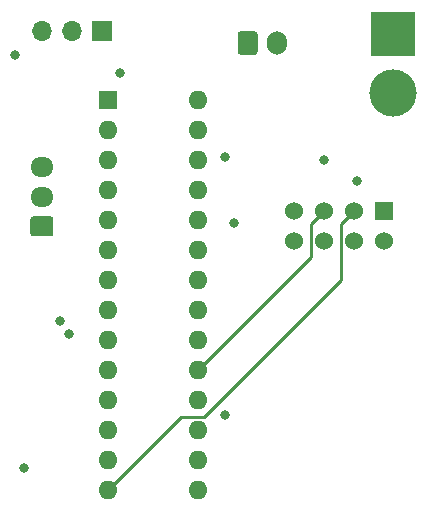
<source format=gbr>
G04 #@! TF.GenerationSoftware,KiCad,Pcbnew,5.1.6-c6e7f7d~87~ubuntu20.04.1*
G04 #@! TF.CreationDate,2020-11-08T20:48:53+01:00*
G04 #@! TF.ProjectId,soil_humidity_module,736f696c-5f68-4756-9d69-646974795f6d,rev?*
G04 #@! TF.SameCoordinates,Original*
G04 #@! TF.FileFunction,Copper,L3,Inr*
G04 #@! TF.FilePolarity,Positive*
%FSLAX46Y46*%
G04 Gerber Fmt 4.6, Leading zero omitted, Abs format (unit mm)*
G04 Created by KiCad (PCBNEW 5.1.6-c6e7f7d~87~ubuntu20.04.1) date 2020-11-08 20:48:53*
%MOMM*%
%LPD*%
G01*
G04 APERTURE LIST*
G04 #@! TA.AperFunction,ViaPad*
%ADD10C,1.524000*%
G04 #@! TD*
G04 #@! TA.AperFunction,ViaPad*
%ADD11R,1.524000X1.524000*%
G04 #@! TD*
G04 #@! TA.AperFunction,ViaPad*
%ADD12O,1.700000X2.000000*%
G04 #@! TD*
G04 #@! TA.AperFunction,ViaPad*
%ADD13O,1.950000X1.700000*%
G04 #@! TD*
G04 #@! TA.AperFunction,ViaPad*
%ADD14R,3.800000X3.800000*%
G04 #@! TD*
G04 #@! TA.AperFunction,ViaPad*
%ADD15C,4.000000*%
G04 #@! TD*
G04 #@! TA.AperFunction,ViaPad*
%ADD16R,1.700000X1.700000*%
G04 #@! TD*
G04 #@! TA.AperFunction,ViaPad*
%ADD17O,1.700000X1.700000*%
G04 #@! TD*
G04 #@! TA.AperFunction,ViaPad*
%ADD18R,1.600000X1.600000*%
G04 #@! TD*
G04 #@! TA.AperFunction,ViaPad*
%ADD19O,1.600000X1.600000*%
G04 #@! TD*
G04 #@! TA.AperFunction,ViaPad*
%ADD20C,0.800000*%
G04 #@! TD*
G04 #@! TA.AperFunction,Conductor*
%ADD21C,0.250000*%
G04 #@! TD*
G04 APERTURE END LIST*
D10*
X161544000Y-105156000D03*
X161544000Y-102616000D03*
X164084000Y-105156000D03*
X164084000Y-102616000D03*
X166624000Y-105156000D03*
X166624000Y-102616000D03*
X169164000Y-105156000D03*
D11*
X169164000Y-102616000D03*
D12*
X160132400Y-88366600D03*
G04 #@! TA.AperFunction,ViaPad*
G36*
G01*
X156782400Y-89116600D02*
X156782400Y-87616600D01*
G75*
G02*
X157032400Y-87366600I250000J0D01*
G01*
X158232400Y-87366600D01*
G75*
G02*
X158482400Y-87616600I0J-250000D01*
G01*
X158482400Y-89116600D01*
G75*
G02*
X158232400Y-89366600I-250000J0D01*
G01*
X157032400Y-89366600D01*
G75*
G02*
X156782400Y-89116600I0J250000D01*
G01*
G37*
G04 #@! TD.AperFunction*
D13*
X140208000Y-98886000D03*
X140208000Y-101386000D03*
G04 #@! TA.AperFunction,ViaPad*
G36*
G01*
X140933000Y-104736000D02*
X139483000Y-104736000D01*
G75*
G02*
X139233000Y-104486000I0J250000D01*
G01*
X139233000Y-103286000D01*
G75*
G02*
X139483000Y-103036000I250000J0D01*
G01*
X140933000Y-103036000D01*
G75*
G02*
X141183000Y-103286000I0J-250000D01*
G01*
X141183000Y-104486000D01*
G75*
G02*
X140933000Y-104736000I-250000J0D01*
G01*
G37*
G04 #@! TD.AperFunction*
D14*
X169926000Y-87630000D03*
D15*
X169926000Y-92630000D03*
D16*
X145288000Y-87376000D03*
D17*
X142748000Y-87376000D03*
X140208000Y-87376000D03*
D18*
X145796000Y-93218000D03*
D19*
X153416000Y-126238000D03*
X145796000Y-95758000D03*
X153416000Y-123698000D03*
X145796000Y-98298000D03*
X153416000Y-121158000D03*
X145796000Y-100838000D03*
X153416000Y-118618000D03*
X145796000Y-103378000D03*
X153416000Y-116078000D03*
X145796000Y-105918000D03*
X153416000Y-113538000D03*
X145796000Y-108458000D03*
X153416000Y-110998000D03*
X145796000Y-110998000D03*
X153416000Y-108458000D03*
X145796000Y-113538000D03*
X153416000Y-105918000D03*
X145796000Y-116078000D03*
X153416000Y-103378000D03*
X145796000Y-118618000D03*
X153416000Y-100838000D03*
X145796000Y-121158000D03*
X153416000Y-98298000D03*
X145796000Y-123698000D03*
X153416000Y-95758000D03*
X145796000Y-126238000D03*
X153416000Y-93218000D03*
D20*
X166878000Y-100076000D03*
X164084000Y-98298000D03*
X155702000Y-98044000D03*
X141732000Y-111887000D03*
X155702000Y-119888000D03*
X156464000Y-103632000D03*
X138684000Y-124333000D03*
X146812000Y-90932000D03*
X142494000Y-113030000D03*
X137922000Y-89408000D03*
D21*
X152001001Y-120032999D02*
X145796000Y-126238000D01*
X153956001Y-120032999D02*
X152001001Y-120032999D01*
X165536999Y-108452001D02*
X153956001Y-120032999D01*
X165536999Y-103703001D02*
X165536999Y-108452001D01*
X166624000Y-102616000D02*
X165536999Y-103703001D01*
X162996999Y-106497001D02*
X153416000Y-116078000D01*
X162996999Y-103703001D02*
X162996999Y-106497001D01*
X164084000Y-102616000D02*
X162996999Y-103703001D01*
M02*

</source>
